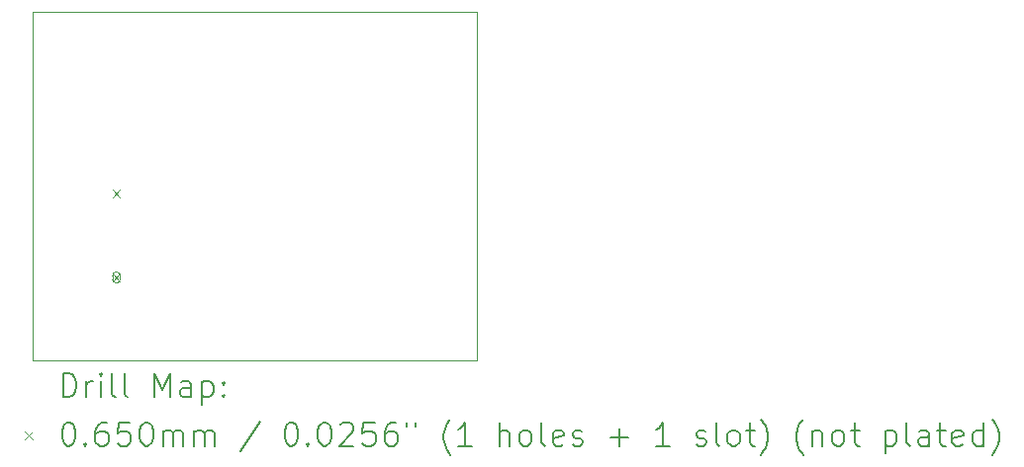
<source format=gbr>
%TF.GenerationSoftware,KiCad,Pcbnew,9.0.6*%
%TF.CreationDate,2026-01-22T02:23:31+05:30*%
%TF.ProjectId,USB-PD-Trigger-Board,5553422d-5044-42d5-9472-69676765722d,rev?*%
%TF.SameCoordinates,Original*%
%TF.FileFunction,Drillmap*%
%TF.FilePolarity,Positive*%
%FSLAX45Y45*%
G04 Gerber Fmt 4.5, Leading zero omitted, Abs format (unit mm)*
G04 Created by KiCad (PCBNEW 9.0.6) date 2026-01-22 02:23:31*
%MOMM*%
%LPD*%
G01*
G04 APERTURE LIST*
%ADD10C,0.050000*%
%ADD11C,0.010000*%
%ADD12C,0.200000*%
%ADD13C,0.100000*%
G04 APERTURE END LIST*
D10*
X10860000Y-9560000D02*
X14660000Y-9560000D01*
X14660000Y-12550000D01*
X10860000Y-12550000D01*
X10860000Y-9560000D01*
D11*
X11541750Y-11856000D02*
X11541750Y-11826000D01*
X11606750Y-11826000D02*
X11606750Y-11856000D01*
X11541750Y-11826000D02*
G75*
G02*
X11574250Y-11793500I32500J0D01*
G01*
X11574250Y-11793500D02*
G75*
G02*
X11606750Y-11826000I0J-32500D01*
G01*
X11574250Y-11888500D02*
G75*
G02*
X11541750Y-11856000I0J32500D01*
G01*
X11606750Y-11856000D02*
G75*
G02*
X11574250Y-11888500I-32500J0D01*
G01*
D12*
D13*
X11541750Y-11088500D02*
X11606750Y-11153500D01*
X11606750Y-11088500D02*
X11541750Y-11153500D01*
X11541750Y-11808500D02*
X11606750Y-11873500D01*
X11606750Y-11808500D02*
X11541750Y-11873500D01*
X11541750Y-11826000D02*
X11541750Y-11856000D01*
X11606750Y-11856000D02*
G75*
G02*
X11541750Y-11856000I-32500J0D01*
G01*
X11606750Y-11856000D02*
X11606750Y-11826000D01*
X11606750Y-11826000D02*
G75*
G03*
X11541750Y-11826000I-32500J0D01*
G01*
D12*
X11118277Y-12863984D02*
X11118277Y-12663984D01*
X11118277Y-12663984D02*
X11165896Y-12663984D01*
X11165896Y-12663984D02*
X11194467Y-12673508D01*
X11194467Y-12673508D02*
X11213515Y-12692555D01*
X11213515Y-12692555D02*
X11223039Y-12711603D01*
X11223039Y-12711603D02*
X11232562Y-12749698D01*
X11232562Y-12749698D02*
X11232562Y-12778269D01*
X11232562Y-12778269D02*
X11223039Y-12816365D01*
X11223039Y-12816365D02*
X11213515Y-12835412D01*
X11213515Y-12835412D02*
X11194467Y-12854460D01*
X11194467Y-12854460D02*
X11165896Y-12863984D01*
X11165896Y-12863984D02*
X11118277Y-12863984D01*
X11318277Y-12863984D02*
X11318277Y-12730650D01*
X11318277Y-12768746D02*
X11327801Y-12749698D01*
X11327801Y-12749698D02*
X11337324Y-12740174D01*
X11337324Y-12740174D02*
X11356372Y-12730650D01*
X11356372Y-12730650D02*
X11375420Y-12730650D01*
X11442086Y-12863984D02*
X11442086Y-12730650D01*
X11442086Y-12663984D02*
X11432562Y-12673508D01*
X11432562Y-12673508D02*
X11442086Y-12683031D01*
X11442086Y-12683031D02*
X11451610Y-12673508D01*
X11451610Y-12673508D02*
X11442086Y-12663984D01*
X11442086Y-12663984D02*
X11442086Y-12683031D01*
X11565896Y-12863984D02*
X11546848Y-12854460D01*
X11546848Y-12854460D02*
X11537324Y-12835412D01*
X11537324Y-12835412D02*
X11537324Y-12663984D01*
X11670658Y-12863984D02*
X11651610Y-12854460D01*
X11651610Y-12854460D02*
X11642086Y-12835412D01*
X11642086Y-12835412D02*
X11642086Y-12663984D01*
X11899229Y-12863984D02*
X11899229Y-12663984D01*
X11899229Y-12663984D02*
X11965896Y-12806841D01*
X11965896Y-12806841D02*
X12032562Y-12663984D01*
X12032562Y-12663984D02*
X12032562Y-12863984D01*
X12213515Y-12863984D02*
X12213515Y-12759222D01*
X12213515Y-12759222D02*
X12203991Y-12740174D01*
X12203991Y-12740174D02*
X12184943Y-12730650D01*
X12184943Y-12730650D02*
X12146848Y-12730650D01*
X12146848Y-12730650D02*
X12127801Y-12740174D01*
X12213515Y-12854460D02*
X12194467Y-12863984D01*
X12194467Y-12863984D02*
X12146848Y-12863984D01*
X12146848Y-12863984D02*
X12127801Y-12854460D01*
X12127801Y-12854460D02*
X12118277Y-12835412D01*
X12118277Y-12835412D02*
X12118277Y-12816365D01*
X12118277Y-12816365D02*
X12127801Y-12797317D01*
X12127801Y-12797317D02*
X12146848Y-12787793D01*
X12146848Y-12787793D02*
X12194467Y-12787793D01*
X12194467Y-12787793D02*
X12213515Y-12778269D01*
X12308753Y-12730650D02*
X12308753Y-12930650D01*
X12308753Y-12740174D02*
X12327801Y-12730650D01*
X12327801Y-12730650D02*
X12365896Y-12730650D01*
X12365896Y-12730650D02*
X12384943Y-12740174D01*
X12384943Y-12740174D02*
X12394467Y-12749698D01*
X12394467Y-12749698D02*
X12403991Y-12768746D01*
X12403991Y-12768746D02*
X12403991Y-12825888D01*
X12403991Y-12825888D02*
X12394467Y-12844936D01*
X12394467Y-12844936D02*
X12384943Y-12854460D01*
X12384943Y-12854460D02*
X12365896Y-12863984D01*
X12365896Y-12863984D02*
X12327801Y-12863984D01*
X12327801Y-12863984D02*
X12308753Y-12854460D01*
X12489705Y-12844936D02*
X12499229Y-12854460D01*
X12499229Y-12854460D02*
X12489705Y-12863984D01*
X12489705Y-12863984D02*
X12480182Y-12854460D01*
X12480182Y-12854460D02*
X12489705Y-12844936D01*
X12489705Y-12844936D02*
X12489705Y-12863984D01*
X12489705Y-12740174D02*
X12499229Y-12749698D01*
X12499229Y-12749698D02*
X12489705Y-12759222D01*
X12489705Y-12759222D02*
X12480182Y-12749698D01*
X12480182Y-12749698D02*
X12489705Y-12740174D01*
X12489705Y-12740174D02*
X12489705Y-12759222D01*
D13*
X10792500Y-13160000D02*
X10857500Y-13225000D01*
X10857500Y-13160000D02*
X10792500Y-13225000D01*
D12*
X11156372Y-13083984D02*
X11175420Y-13083984D01*
X11175420Y-13083984D02*
X11194467Y-13093508D01*
X11194467Y-13093508D02*
X11203991Y-13103031D01*
X11203991Y-13103031D02*
X11213515Y-13122079D01*
X11213515Y-13122079D02*
X11223039Y-13160174D01*
X11223039Y-13160174D02*
X11223039Y-13207793D01*
X11223039Y-13207793D02*
X11213515Y-13245888D01*
X11213515Y-13245888D02*
X11203991Y-13264936D01*
X11203991Y-13264936D02*
X11194467Y-13274460D01*
X11194467Y-13274460D02*
X11175420Y-13283984D01*
X11175420Y-13283984D02*
X11156372Y-13283984D01*
X11156372Y-13283984D02*
X11137324Y-13274460D01*
X11137324Y-13274460D02*
X11127801Y-13264936D01*
X11127801Y-13264936D02*
X11118277Y-13245888D01*
X11118277Y-13245888D02*
X11108753Y-13207793D01*
X11108753Y-13207793D02*
X11108753Y-13160174D01*
X11108753Y-13160174D02*
X11118277Y-13122079D01*
X11118277Y-13122079D02*
X11127801Y-13103031D01*
X11127801Y-13103031D02*
X11137324Y-13093508D01*
X11137324Y-13093508D02*
X11156372Y-13083984D01*
X11308753Y-13264936D02*
X11318277Y-13274460D01*
X11318277Y-13274460D02*
X11308753Y-13283984D01*
X11308753Y-13283984D02*
X11299229Y-13274460D01*
X11299229Y-13274460D02*
X11308753Y-13264936D01*
X11308753Y-13264936D02*
X11308753Y-13283984D01*
X11489705Y-13083984D02*
X11451610Y-13083984D01*
X11451610Y-13083984D02*
X11432562Y-13093508D01*
X11432562Y-13093508D02*
X11423039Y-13103031D01*
X11423039Y-13103031D02*
X11403991Y-13131603D01*
X11403991Y-13131603D02*
X11394467Y-13169698D01*
X11394467Y-13169698D02*
X11394467Y-13245888D01*
X11394467Y-13245888D02*
X11403991Y-13264936D01*
X11403991Y-13264936D02*
X11413515Y-13274460D01*
X11413515Y-13274460D02*
X11432562Y-13283984D01*
X11432562Y-13283984D02*
X11470658Y-13283984D01*
X11470658Y-13283984D02*
X11489705Y-13274460D01*
X11489705Y-13274460D02*
X11499229Y-13264936D01*
X11499229Y-13264936D02*
X11508753Y-13245888D01*
X11508753Y-13245888D02*
X11508753Y-13198269D01*
X11508753Y-13198269D02*
X11499229Y-13179222D01*
X11499229Y-13179222D02*
X11489705Y-13169698D01*
X11489705Y-13169698D02*
X11470658Y-13160174D01*
X11470658Y-13160174D02*
X11432562Y-13160174D01*
X11432562Y-13160174D02*
X11413515Y-13169698D01*
X11413515Y-13169698D02*
X11403991Y-13179222D01*
X11403991Y-13179222D02*
X11394467Y-13198269D01*
X11689705Y-13083984D02*
X11594467Y-13083984D01*
X11594467Y-13083984D02*
X11584943Y-13179222D01*
X11584943Y-13179222D02*
X11594467Y-13169698D01*
X11594467Y-13169698D02*
X11613515Y-13160174D01*
X11613515Y-13160174D02*
X11661134Y-13160174D01*
X11661134Y-13160174D02*
X11680182Y-13169698D01*
X11680182Y-13169698D02*
X11689705Y-13179222D01*
X11689705Y-13179222D02*
X11699229Y-13198269D01*
X11699229Y-13198269D02*
X11699229Y-13245888D01*
X11699229Y-13245888D02*
X11689705Y-13264936D01*
X11689705Y-13264936D02*
X11680182Y-13274460D01*
X11680182Y-13274460D02*
X11661134Y-13283984D01*
X11661134Y-13283984D02*
X11613515Y-13283984D01*
X11613515Y-13283984D02*
X11594467Y-13274460D01*
X11594467Y-13274460D02*
X11584943Y-13264936D01*
X11823039Y-13083984D02*
X11842086Y-13083984D01*
X11842086Y-13083984D02*
X11861134Y-13093508D01*
X11861134Y-13093508D02*
X11870658Y-13103031D01*
X11870658Y-13103031D02*
X11880182Y-13122079D01*
X11880182Y-13122079D02*
X11889705Y-13160174D01*
X11889705Y-13160174D02*
X11889705Y-13207793D01*
X11889705Y-13207793D02*
X11880182Y-13245888D01*
X11880182Y-13245888D02*
X11870658Y-13264936D01*
X11870658Y-13264936D02*
X11861134Y-13274460D01*
X11861134Y-13274460D02*
X11842086Y-13283984D01*
X11842086Y-13283984D02*
X11823039Y-13283984D01*
X11823039Y-13283984D02*
X11803991Y-13274460D01*
X11803991Y-13274460D02*
X11794467Y-13264936D01*
X11794467Y-13264936D02*
X11784943Y-13245888D01*
X11784943Y-13245888D02*
X11775420Y-13207793D01*
X11775420Y-13207793D02*
X11775420Y-13160174D01*
X11775420Y-13160174D02*
X11784943Y-13122079D01*
X11784943Y-13122079D02*
X11794467Y-13103031D01*
X11794467Y-13103031D02*
X11803991Y-13093508D01*
X11803991Y-13093508D02*
X11823039Y-13083984D01*
X11975420Y-13283984D02*
X11975420Y-13150650D01*
X11975420Y-13169698D02*
X11984943Y-13160174D01*
X11984943Y-13160174D02*
X12003991Y-13150650D01*
X12003991Y-13150650D02*
X12032563Y-13150650D01*
X12032563Y-13150650D02*
X12051610Y-13160174D01*
X12051610Y-13160174D02*
X12061134Y-13179222D01*
X12061134Y-13179222D02*
X12061134Y-13283984D01*
X12061134Y-13179222D02*
X12070658Y-13160174D01*
X12070658Y-13160174D02*
X12089705Y-13150650D01*
X12089705Y-13150650D02*
X12118277Y-13150650D01*
X12118277Y-13150650D02*
X12137324Y-13160174D01*
X12137324Y-13160174D02*
X12146848Y-13179222D01*
X12146848Y-13179222D02*
X12146848Y-13283984D01*
X12242086Y-13283984D02*
X12242086Y-13150650D01*
X12242086Y-13169698D02*
X12251610Y-13160174D01*
X12251610Y-13160174D02*
X12270658Y-13150650D01*
X12270658Y-13150650D02*
X12299229Y-13150650D01*
X12299229Y-13150650D02*
X12318277Y-13160174D01*
X12318277Y-13160174D02*
X12327801Y-13179222D01*
X12327801Y-13179222D02*
X12327801Y-13283984D01*
X12327801Y-13179222D02*
X12337324Y-13160174D01*
X12337324Y-13160174D02*
X12356372Y-13150650D01*
X12356372Y-13150650D02*
X12384943Y-13150650D01*
X12384943Y-13150650D02*
X12403991Y-13160174D01*
X12403991Y-13160174D02*
X12413515Y-13179222D01*
X12413515Y-13179222D02*
X12413515Y-13283984D01*
X12803991Y-13074460D02*
X12632563Y-13331603D01*
X13061134Y-13083984D02*
X13080182Y-13083984D01*
X13080182Y-13083984D02*
X13099229Y-13093508D01*
X13099229Y-13093508D02*
X13108753Y-13103031D01*
X13108753Y-13103031D02*
X13118277Y-13122079D01*
X13118277Y-13122079D02*
X13127801Y-13160174D01*
X13127801Y-13160174D02*
X13127801Y-13207793D01*
X13127801Y-13207793D02*
X13118277Y-13245888D01*
X13118277Y-13245888D02*
X13108753Y-13264936D01*
X13108753Y-13264936D02*
X13099229Y-13274460D01*
X13099229Y-13274460D02*
X13080182Y-13283984D01*
X13080182Y-13283984D02*
X13061134Y-13283984D01*
X13061134Y-13283984D02*
X13042086Y-13274460D01*
X13042086Y-13274460D02*
X13032563Y-13264936D01*
X13032563Y-13264936D02*
X13023039Y-13245888D01*
X13023039Y-13245888D02*
X13013515Y-13207793D01*
X13013515Y-13207793D02*
X13013515Y-13160174D01*
X13013515Y-13160174D02*
X13023039Y-13122079D01*
X13023039Y-13122079D02*
X13032563Y-13103031D01*
X13032563Y-13103031D02*
X13042086Y-13093508D01*
X13042086Y-13093508D02*
X13061134Y-13083984D01*
X13213515Y-13264936D02*
X13223039Y-13274460D01*
X13223039Y-13274460D02*
X13213515Y-13283984D01*
X13213515Y-13283984D02*
X13203991Y-13274460D01*
X13203991Y-13274460D02*
X13213515Y-13264936D01*
X13213515Y-13264936D02*
X13213515Y-13283984D01*
X13346848Y-13083984D02*
X13365896Y-13083984D01*
X13365896Y-13083984D02*
X13384944Y-13093508D01*
X13384944Y-13093508D02*
X13394467Y-13103031D01*
X13394467Y-13103031D02*
X13403991Y-13122079D01*
X13403991Y-13122079D02*
X13413515Y-13160174D01*
X13413515Y-13160174D02*
X13413515Y-13207793D01*
X13413515Y-13207793D02*
X13403991Y-13245888D01*
X13403991Y-13245888D02*
X13394467Y-13264936D01*
X13394467Y-13264936D02*
X13384944Y-13274460D01*
X13384944Y-13274460D02*
X13365896Y-13283984D01*
X13365896Y-13283984D02*
X13346848Y-13283984D01*
X13346848Y-13283984D02*
X13327801Y-13274460D01*
X13327801Y-13274460D02*
X13318277Y-13264936D01*
X13318277Y-13264936D02*
X13308753Y-13245888D01*
X13308753Y-13245888D02*
X13299229Y-13207793D01*
X13299229Y-13207793D02*
X13299229Y-13160174D01*
X13299229Y-13160174D02*
X13308753Y-13122079D01*
X13308753Y-13122079D02*
X13318277Y-13103031D01*
X13318277Y-13103031D02*
X13327801Y-13093508D01*
X13327801Y-13093508D02*
X13346848Y-13083984D01*
X13489706Y-13103031D02*
X13499229Y-13093508D01*
X13499229Y-13093508D02*
X13518277Y-13083984D01*
X13518277Y-13083984D02*
X13565896Y-13083984D01*
X13565896Y-13083984D02*
X13584944Y-13093508D01*
X13584944Y-13093508D02*
X13594467Y-13103031D01*
X13594467Y-13103031D02*
X13603991Y-13122079D01*
X13603991Y-13122079D02*
X13603991Y-13141127D01*
X13603991Y-13141127D02*
X13594467Y-13169698D01*
X13594467Y-13169698D02*
X13480182Y-13283984D01*
X13480182Y-13283984D02*
X13603991Y-13283984D01*
X13784944Y-13083984D02*
X13689706Y-13083984D01*
X13689706Y-13083984D02*
X13680182Y-13179222D01*
X13680182Y-13179222D02*
X13689706Y-13169698D01*
X13689706Y-13169698D02*
X13708753Y-13160174D01*
X13708753Y-13160174D02*
X13756372Y-13160174D01*
X13756372Y-13160174D02*
X13775420Y-13169698D01*
X13775420Y-13169698D02*
X13784944Y-13179222D01*
X13784944Y-13179222D02*
X13794467Y-13198269D01*
X13794467Y-13198269D02*
X13794467Y-13245888D01*
X13794467Y-13245888D02*
X13784944Y-13264936D01*
X13784944Y-13264936D02*
X13775420Y-13274460D01*
X13775420Y-13274460D02*
X13756372Y-13283984D01*
X13756372Y-13283984D02*
X13708753Y-13283984D01*
X13708753Y-13283984D02*
X13689706Y-13274460D01*
X13689706Y-13274460D02*
X13680182Y-13264936D01*
X13965896Y-13083984D02*
X13927801Y-13083984D01*
X13927801Y-13083984D02*
X13908753Y-13093508D01*
X13908753Y-13093508D02*
X13899229Y-13103031D01*
X13899229Y-13103031D02*
X13880182Y-13131603D01*
X13880182Y-13131603D02*
X13870658Y-13169698D01*
X13870658Y-13169698D02*
X13870658Y-13245888D01*
X13870658Y-13245888D02*
X13880182Y-13264936D01*
X13880182Y-13264936D02*
X13889706Y-13274460D01*
X13889706Y-13274460D02*
X13908753Y-13283984D01*
X13908753Y-13283984D02*
X13946848Y-13283984D01*
X13946848Y-13283984D02*
X13965896Y-13274460D01*
X13965896Y-13274460D02*
X13975420Y-13264936D01*
X13975420Y-13264936D02*
X13984944Y-13245888D01*
X13984944Y-13245888D02*
X13984944Y-13198269D01*
X13984944Y-13198269D02*
X13975420Y-13179222D01*
X13975420Y-13179222D02*
X13965896Y-13169698D01*
X13965896Y-13169698D02*
X13946848Y-13160174D01*
X13946848Y-13160174D02*
X13908753Y-13160174D01*
X13908753Y-13160174D02*
X13889706Y-13169698D01*
X13889706Y-13169698D02*
X13880182Y-13179222D01*
X13880182Y-13179222D02*
X13870658Y-13198269D01*
X14061134Y-13083984D02*
X14061134Y-13122079D01*
X14137325Y-13083984D02*
X14137325Y-13122079D01*
X14432563Y-13360174D02*
X14423039Y-13350650D01*
X14423039Y-13350650D02*
X14403991Y-13322079D01*
X14403991Y-13322079D02*
X14394468Y-13303031D01*
X14394468Y-13303031D02*
X14384944Y-13274460D01*
X14384944Y-13274460D02*
X14375420Y-13226841D01*
X14375420Y-13226841D02*
X14375420Y-13188746D01*
X14375420Y-13188746D02*
X14384944Y-13141127D01*
X14384944Y-13141127D02*
X14394468Y-13112555D01*
X14394468Y-13112555D02*
X14403991Y-13093508D01*
X14403991Y-13093508D02*
X14423039Y-13064936D01*
X14423039Y-13064936D02*
X14432563Y-13055412D01*
X14613515Y-13283984D02*
X14499229Y-13283984D01*
X14556372Y-13283984D02*
X14556372Y-13083984D01*
X14556372Y-13083984D02*
X14537325Y-13112555D01*
X14537325Y-13112555D02*
X14518277Y-13131603D01*
X14518277Y-13131603D02*
X14499229Y-13141127D01*
X14851610Y-13283984D02*
X14851610Y-13083984D01*
X14937325Y-13283984D02*
X14937325Y-13179222D01*
X14937325Y-13179222D02*
X14927801Y-13160174D01*
X14927801Y-13160174D02*
X14908753Y-13150650D01*
X14908753Y-13150650D02*
X14880182Y-13150650D01*
X14880182Y-13150650D02*
X14861134Y-13160174D01*
X14861134Y-13160174D02*
X14851610Y-13169698D01*
X15061134Y-13283984D02*
X15042087Y-13274460D01*
X15042087Y-13274460D02*
X15032563Y-13264936D01*
X15032563Y-13264936D02*
X15023039Y-13245888D01*
X15023039Y-13245888D02*
X15023039Y-13188746D01*
X15023039Y-13188746D02*
X15032563Y-13169698D01*
X15032563Y-13169698D02*
X15042087Y-13160174D01*
X15042087Y-13160174D02*
X15061134Y-13150650D01*
X15061134Y-13150650D02*
X15089706Y-13150650D01*
X15089706Y-13150650D02*
X15108753Y-13160174D01*
X15108753Y-13160174D02*
X15118277Y-13169698D01*
X15118277Y-13169698D02*
X15127801Y-13188746D01*
X15127801Y-13188746D02*
X15127801Y-13245888D01*
X15127801Y-13245888D02*
X15118277Y-13264936D01*
X15118277Y-13264936D02*
X15108753Y-13274460D01*
X15108753Y-13274460D02*
X15089706Y-13283984D01*
X15089706Y-13283984D02*
X15061134Y-13283984D01*
X15242087Y-13283984D02*
X15223039Y-13274460D01*
X15223039Y-13274460D02*
X15213515Y-13255412D01*
X15213515Y-13255412D02*
X15213515Y-13083984D01*
X15394468Y-13274460D02*
X15375420Y-13283984D01*
X15375420Y-13283984D02*
X15337325Y-13283984D01*
X15337325Y-13283984D02*
X15318277Y-13274460D01*
X15318277Y-13274460D02*
X15308753Y-13255412D01*
X15308753Y-13255412D02*
X15308753Y-13179222D01*
X15308753Y-13179222D02*
X15318277Y-13160174D01*
X15318277Y-13160174D02*
X15337325Y-13150650D01*
X15337325Y-13150650D02*
X15375420Y-13150650D01*
X15375420Y-13150650D02*
X15394468Y-13160174D01*
X15394468Y-13160174D02*
X15403991Y-13179222D01*
X15403991Y-13179222D02*
X15403991Y-13198269D01*
X15403991Y-13198269D02*
X15308753Y-13217317D01*
X15480182Y-13274460D02*
X15499230Y-13283984D01*
X15499230Y-13283984D02*
X15537325Y-13283984D01*
X15537325Y-13283984D02*
X15556372Y-13274460D01*
X15556372Y-13274460D02*
X15565896Y-13255412D01*
X15565896Y-13255412D02*
X15565896Y-13245888D01*
X15565896Y-13245888D02*
X15556372Y-13226841D01*
X15556372Y-13226841D02*
X15537325Y-13217317D01*
X15537325Y-13217317D02*
X15508753Y-13217317D01*
X15508753Y-13217317D02*
X15489706Y-13207793D01*
X15489706Y-13207793D02*
X15480182Y-13188746D01*
X15480182Y-13188746D02*
X15480182Y-13179222D01*
X15480182Y-13179222D02*
X15489706Y-13160174D01*
X15489706Y-13160174D02*
X15508753Y-13150650D01*
X15508753Y-13150650D02*
X15537325Y-13150650D01*
X15537325Y-13150650D02*
X15556372Y-13160174D01*
X15803992Y-13207793D02*
X15956373Y-13207793D01*
X15880182Y-13283984D02*
X15880182Y-13131603D01*
X16308753Y-13283984D02*
X16194468Y-13283984D01*
X16251611Y-13283984D02*
X16251611Y-13083984D01*
X16251611Y-13083984D02*
X16232563Y-13112555D01*
X16232563Y-13112555D02*
X16213515Y-13131603D01*
X16213515Y-13131603D02*
X16194468Y-13141127D01*
X16537325Y-13274460D02*
X16556373Y-13283984D01*
X16556373Y-13283984D02*
X16594468Y-13283984D01*
X16594468Y-13283984D02*
X16613515Y-13274460D01*
X16613515Y-13274460D02*
X16623039Y-13255412D01*
X16623039Y-13255412D02*
X16623039Y-13245888D01*
X16623039Y-13245888D02*
X16613515Y-13226841D01*
X16613515Y-13226841D02*
X16594468Y-13217317D01*
X16594468Y-13217317D02*
X16565896Y-13217317D01*
X16565896Y-13217317D02*
X16546849Y-13207793D01*
X16546849Y-13207793D02*
X16537325Y-13188746D01*
X16537325Y-13188746D02*
X16537325Y-13179222D01*
X16537325Y-13179222D02*
X16546849Y-13160174D01*
X16546849Y-13160174D02*
X16565896Y-13150650D01*
X16565896Y-13150650D02*
X16594468Y-13150650D01*
X16594468Y-13150650D02*
X16613515Y-13160174D01*
X16737325Y-13283984D02*
X16718277Y-13274460D01*
X16718277Y-13274460D02*
X16708754Y-13255412D01*
X16708754Y-13255412D02*
X16708754Y-13083984D01*
X16842087Y-13283984D02*
X16823039Y-13274460D01*
X16823039Y-13274460D02*
X16813516Y-13264936D01*
X16813516Y-13264936D02*
X16803992Y-13245888D01*
X16803992Y-13245888D02*
X16803992Y-13188746D01*
X16803992Y-13188746D02*
X16813516Y-13169698D01*
X16813516Y-13169698D02*
X16823039Y-13160174D01*
X16823039Y-13160174D02*
X16842087Y-13150650D01*
X16842087Y-13150650D02*
X16870658Y-13150650D01*
X16870658Y-13150650D02*
X16889706Y-13160174D01*
X16889706Y-13160174D02*
X16899230Y-13169698D01*
X16899230Y-13169698D02*
X16908754Y-13188746D01*
X16908754Y-13188746D02*
X16908754Y-13245888D01*
X16908754Y-13245888D02*
X16899230Y-13264936D01*
X16899230Y-13264936D02*
X16889706Y-13274460D01*
X16889706Y-13274460D02*
X16870658Y-13283984D01*
X16870658Y-13283984D02*
X16842087Y-13283984D01*
X16965897Y-13150650D02*
X17042087Y-13150650D01*
X16994468Y-13083984D02*
X16994468Y-13255412D01*
X16994468Y-13255412D02*
X17003992Y-13274460D01*
X17003992Y-13274460D02*
X17023039Y-13283984D01*
X17023039Y-13283984D02*
X17042087Y-13283984D01*
X17089706Y-13360174D02*
X17099230Y-13350650D01*
X17099230Y-13350650D02*
X17118277Y-13322079D01*
X17118277Y-13322079D02*
X17127801Y-13303031D01*
X17127801Y-13303031D02*
X17137325Y-13274460D01*
X17137325Y-13274460D02*
X17146849Y-13226841D01*
X17146849Y-13226841D02*
X17146849Y-13188746D01*
X17146849Y-13188746D02*
X17137325Y-13141127D01*
X17137325Y-13141127D02*
X17127801Y-13112555D01*
X17127801Y-13112555D02*
X17118277Y-13093508D01*
X17118277Y-13093508D02*
X17099230Y-13064936D01*
X17099230Y-13064936D02*
X17089706Y-13055412D01*
X17451611Y-13360174D02*
X17442087Y-13350650D01*
X17442087Y-13350650D02*
X17423039Y-13322079D01*
X17423039Y-13322079D02*
X17413516Y-13303031D01*
X17413516Y-13303031D02*
X17403992Y-13274460D01*
X17403992Y-13274460D02*
X17394468Y-13226841D01*
X17394468Y-13226841D02*
X17394468Y-13188746D01*
X17394468Y-13188746D02*
X17403992Y-13141127D01*
X17403992Y-13141127D02*
X17413516Y-13112555D01*
X17413516Y-13112555D02*
X17423039Y-13093508D01*
X17423039Y-13093508D02*
X17442087Y-13064936D01*
X17442087Y-13064936D02*
X17451611Y-13055412D01*
X17527801Y-13150650D02*
X17527801Y-13283984D01*
X17527801Y-13169698D02*
X17537325Y-13160174D01*
X17537325Y-13160174D02*
X17556373Y-13150650D01*
X17556373Y-13150650D02*
X17584944Y-13150650D01*
X17584944Y-13150650D02*
X17603992Y-13160174D01*
X17603992Y-13160174D02*
X17613516Y-13179222D01*
X17613516Y-13179222D02*
X17613516Y-13283984D01*
X17737325Y-13283984D02*
X17718277Y-13274460D01*
X17718277Y-13274460D02*
X17708754Y-13264936D01*
X17708754Y-13264936D02*
X17699230Y-13245888D01*
X17699230Y-13245888D02*
X17699230Y-13188746D01*
X17699230Y-13188746D02*
X17708754Y-13169698D01*
X17708754Y-13169698D02*
X17718277Y-13160174D01*
X17718277Y-13160174D02*
X17737325Y-13150650D01*
X17737325Y-13150650D02*
X17765897Y-13150650D01*
X17765897Y-13150650D02*
X17784944Y-13160174D01*
X17784944Y-13160174D02*
X17794468Y-13169698D01*
X17794468Y-13169698D02*
X17803992Y-13188746D01*
X17803992Y-13188746D02*
X17803992Y-13245888D01*
X17803992Y-13245888D02*
X17794468Y-13264936D01*
X17794468Y-13264936D02*
X17784944Y-13274460D01*
X17784944Y-13274460D02*
X17765897Y-13283984D01*
X17765897Y-13283984D02*
X17737325Y-13283984D01*
X17861135Y-13150650D02*
X17937325Y-13150650D01*
X17889706Y-13083984D02*
X17889706Y-13255412D01*
X17889706Y-13255412D02*
X17899230Y-13274460D01*
X17899230Y-13274460D02*
X17918277Y-13283984D01*
X17918277Y-13283984D02*
X17937325Y-13283984D01*
X18156373Y-13150650D02*
X18156373Y-13350650D01*
X18156373Y-13160174D02*
X18175420Y-13150650D01*
X18175420Y-13150650D02*
X18213516Y-13150650D01*
X18213516Y-13150650D02*
X18232563Y-13160174D01*
X18232563Y-13160174D02*
X18242087Y-13169698D01*
X18242087Y-13169698D02*
X18251611Y-13188746D01*
X18251611Y-13188746D02*
X18251611Y-13245888D01*
X18251611Y-13245888D02*
X18242087Y-13264936D01*
X18242087Y-13264936D02*
X18232563Y-13274460D01*
X18232563Y-13274460D02*
X18213516Y-13283984D01*
X18213516Y-13283984D02*
X18175420Y-13283984D01*
X18175420Y-13283984D02*
X18156373Y-13274460D01*
X18365897Y-13283984D02*
X18346849Y-13274460D01*
X18346849Y-13274460D02*
X18337325Y-13255412D01*
X18337325Y-13255412D02*
X18337325Y-13083984D01*
X18527801Y-13283984D02*
X18527801Y-13179222D01*
X18527801Y-13179222D02*
X18518278Y-13160174D01*
X18518278Y-13160174D02*
X18499230Y-13150650D01*
X18499230Y-13150650D02*
X18461135Y-13150650D01*
X18461135Y-13150650D02*
X18442087Y-13160174D01*
X18527801Y-13274460D02*
X18508754Y-13283984D01*
X18508754Y-13283984D02*
X18461135Y-13283984D01*
X18461135Y-13283984D02*
X18442087Y-13274460D01*
X18442087Y-13274460D02*
X18432563Y-13255412D01*
X18432563Y-13255412D02*
X18432563Y-13236365D01*
X18432563Y-13236365D02*
X18442087Y-13217317D01*
X18442087Y-13217317D02*
X18461135Y-13207793D01*
X18461135Y-13207793D02*
X18508754Y-13207793D01*
X18508754Y-13207793D02*
X18527801Y-13198269D01*
X18594468Y-13150650D02*
X18670658Y-13150650D01*
X18623039Y-13083984D02*
X18623039Y-13255412D01*
X18623039Y-13255412D02*
X18632563Y-13274460D01*
X18632563Y-13274460D02*
X18651611Y-13283984D01*
X18651611Y-13283984D02*
X18670658Y-13283984D01*
X18813516Y-13274460D02*
X18794468Y-13283984D01*
X18794468Y-13283984D02*
X18756373Y-13283984D01*
X18756373Y-13283984D02*
X18737325Y-13274460D01*
X18737325Y-13274460D02*
X18727801Y-13255412D01*
X18727801Y-13255412D02*
X18727801Y-13179222D01*
X18727801Y-13179222D02*
X18737325Y-13160174D01*
X18737325Y-13160174D02*
X18756373Y-13150650D01*
X18756373Y-13150650D02*
X18794468Y-13150650D01*
X18794468Y-13150650D02*
X18813516Y-13160174D01*
X18813516Y-13160174D02*
X18823039Y-13179222D01*
X18823039Y-13179222D02*
X18823039Y-13198269D01*
X18823039Y-13198269D02*
X18727801Y-13217317D01*
X18994468Y-13283984D02*
X18994468Y-13083984D01*
X18994468Y-13274460D02*
X18975420Y-13283984D01*
X18975420Y-13283984D02*
X18937325Y-13283984D01*
X18937325Y-13283984D02*
X18918278Y-13274460D01*
X18918278Y-13274460D02*
X18908754Y-13264936D01*
X18908754Y-13264936D02*
X18899230Y-13245888D01*
X18899230Y-13245888D02*
X18899230Y-13188746D01*
X18899230Y-13188746D02*
X18908754Y-13169698D01*
X18908754Y-13169698D02*
X18918278Y-13160174D01*
X18918278Y-13160174D02*
X18937325Y-13150650D01*
X18937325Y-13150650D02*
X18975420Y-13150650D01*
X18975420Y-13150650D02*
X18994468Y-13160174D01*
X19070659Y-13360174D02*
X19080182Y-13350650D01*
X19080182Y-13350650D02*
X19099230Y-13322079D01*
X19099230Y-13322079D02*
X19108754Y-13303031D01*
X19108754Y-13303031D02*
X19118278Y-13274460D01*
X19118278Y-13274460D02*
X19127801Y-13226841D01*
X19127801Y-13226841D02*
X19127801Y-13188746D01*
X19127801Y-13188746D02*
X19118278Y-13141127D01*
X19118278Y-13141127D02*
X19108754Y-13112555D01*
X19108754Y-13112555D02*
X19099230Y-13093508D01*
X19099230Y-13093508D02*
X19080182Y-13064936D01*
X19080182Y-13064936D02*
X19070659Y-13055412D01*
M02*

</source>
